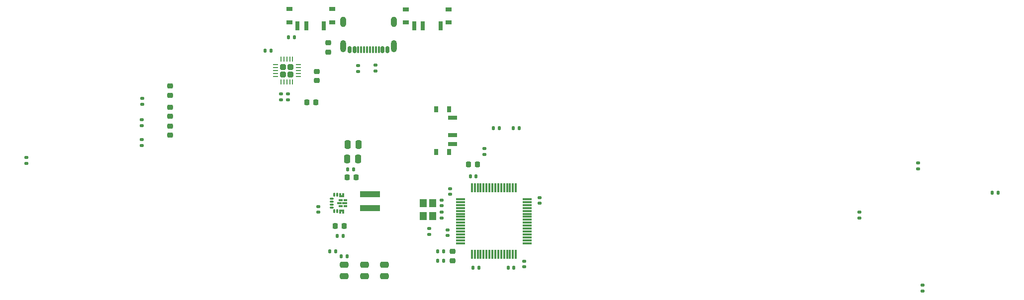
<source format=gbr>
%TF.GenerationSoftware,KiCad,Pcbnew,9.0.0*%
%TF.CreationDate,2025-08-15T01:25:27+03:00*%
%TF.ProjectId,Handheld,48616e64-6865-46c6-942e-6b696361645f,rev?*%
%TF.SameCoordinates,Original*%
%TF.FileFunction,Paste,Top*%
%TF.FilePolarity,Positive*%
%FSLAX46Y46*%
G04 Gerber Fmt 4.6, Leading zero omitted, Abs format (unit mm)*
G04 Created by KiCad (PCBNEW 9.0.0) date 2025-08-15 01:25:27*
%MOMM*%
%LPD*%
G01*
G04 APERTURE LIST*
G04 Aperture macros list*
%AMRoundRect*
0 Rectangle with rounded corners*
0 $1 Rounding radius*
0 $2 $3 $4 $5 $6 $7 $8 $9 X,Y pos of 4 corners*
0 Add a 4 corners polygon primitive as box body*
4,1,4,$2,$3,$4,$5,$6,$7,$8,$9,$2,$3,0*
0 Add four circle primitives for the rounded corners*
1,1,$1+$1,$2,$3*
1,1,$1+$1,$4,$5*
1,1,$1+$1,$6,$7*
1,1,$1+$1,$8,$9*
0 Add four rect primitives between the rounded corners*
20,1,$1+$1,$2,$3,$4,$5,0*
20,1,$1+$1,$4,$5,$6,$7,0*
20,1,$1+$1,$6,$7,$8,$9,0*
20,1,$1+$1,$8,$9,$2,$3,0*%
G04 Aperture macros list end*
%ADD10C,0.010000*%
%ADD11RoundRect,0.140000X-0.170000X0.140000X-0.170000X-0.140000X0.170000X-0.140000X0.170000X0.140000X0*%
%ADD12RoundRect,0.250000X-0.255000X0.255000X-0.255000X-0.255000X0.255000X-0.255000X0.255000X0.255000X0*%
%ADD13RoundRect,0.062500X-0.062500X0.350000X-0.062500X-0.350000X0.062500X-0.350000X0.062500X0.350000X0*%
%ADD14RoundRect,0.062500X-0.350000X0.062500X-0.350000X-0.062500X0.350000X-0.062500X0.350000X0.062500X0*%
%ADD15RoundRect,0.135000X-0.135000X-0.185000X0.135000X-0.185000X0.135000X0.185000X-0.135000X0.185000X0*%
%ADD16RoundRect,0.218750X-0.256250X0.218750X-0.256250X-0.218750X0.256250X-0.218750X0.256250X0.218750X0*%
%ADD17RoundRect,0.225000X-0.225000X-0.250000X0.225000X-0.250000X0.225000X0.250000X-0.225000X0.250000X0*%
%ADD18RoundRect,0.250000X-0.250000X-0.475000X0.250000X-0.475000X0.250000X0.475000X-0.250000X0.475000X0*%
%ADD19RoundRect,0.075000X-0.700000X-0.075000X0.700000X-0.075000X0.700000X0.075000X-0.700000X0.075000X0*%
%ADD20RoundRect,0.075000X-0.075000X-0.700000X0.075000X-0.700000X0.075000X0.700000X-0.075000X0.700000X0*%
%ADD21RoundRect,0.140000X0.170000X-0.140000X0.170000X0.140000X-0.170000X0.140000X-0.170000X-0.140000X0*%
%ADD22RoundRect,0.250000X-0.475000X0.250000X-0.475000X-0.250000X0.475000X-0.250000X0.475000X0.250000X0*%
%ADD23RoundRect,0.140000X-0.140000X-0.170000X0.140000X-0.170000X0.140000X0.170000X-0.140000X0.170000X0*%
%ADD24RoundRect,0.225000X0.225000X0.250000X-0.225000X0.250000X-0.225000X-0.250000X0.225000X-0.250000X0*%
%ADD25RoundRect,0.135000X0.185000X-0.135000X0.185000X0.135000X-0.185000X0.135000X-0.185000X-0.135000X0*%
%ADD26RoundRect,0.135000X0.135000X0.185000X-0.135000X0.185000X-0.135000X-0.185000X0.135000X-0.185000X0*%
%ADD27RoundRect,0.225000X-0.250000X0.225000X-0.250000X-0.225000X0.250000X-0.225000X0.250000X0.225000X0*%
%ADD28RoundRect,0.140000X0.140000X0.170000X-0.140000X0.170000X-0.140000X-0.170000X0.140000X-0.170000X0*%
%ADD29RoundRect,0.135000X-0.185000X0.135000X-0.185000X-0.135000X0.185000X-0.135000X0.185000X0.135000X0*%
%ADD30R,0.800000X1.000000*%
%ADD31R,1.500000X0.700000*%
%ADD32R,1.000000X0.800000*%
%ADD33R,0.700000X1.500000*%
%ADD34R,3.400000X0.980000*%
%ADD35RoundRect,0.150000X0.150000X0.425000X-0.150000X0.425000X-0.150000X-0.425000X0.150000X-0.425000X0*%
%ADD36RoundRect,0.075000X0.075000X0.500000X-0.075000X0.500000X-0.075000X-0.500000X0.075000X-0.500000X0*%
%ADD37O,1.000000X2.100000*%
%ADD38O,1.000000X1.800000*%
%ADD39RoundRect,0.006250X-0.293750X-0.118750X0.293750X-0.118750X0.293750X0.118750X-0.293750X0.118750X0*%
%ADD40RoundRect,0.006250X-0.118750X-0.293750X0.118750X-0.293750X0.118750X0.293750X-0.118750X0.293750X0*%
%ADD41R,1.150000X1.400000*%
G04 APERTURE END LIST*
D10*
%TO.C,U5*%
X103991196Y-93365358D02*
X103271196Y-93365358D01*
X103271196Y-93115358D01*
X103991196Y-93115358D01*
X103991196Y-93365358D01*
G36*
X103991196Y-93365358D02*
G01*
X103271196Y-93365358D01*
X103271196Y-93115358D01*
X103991196Y-93115358D01*
X103991196Y-93365358D01*
G37*
X104166696Y-92865358D02*
X103591696Y-92865358D01*
X103591696Y-92615358D01*
X104166696Y-92615358D01*
X104166696Y-92865358D01*
G36*
X104166696Y-92865358D02*
G01*
X103591696Y-92865358D01*
X103591696Y-92615358D01*
X104166696Y-92615358D01*
X104166696Y-92865358D01*
G37*
X104166696Y-93865358D02*
X103591696Y-93865358D01*
X103591696Y-93615358D01*
X104166696Y-93615358D01*
X104166696Y-93865358D01*
G36*
X104166696Y-93865358D02*
G01*
X103591696Y-93865358D01*
X103591696Y-93615358D01*
X104166696Y-93615358D01*
X104166696Y-93865358D01*
G37*
X104911196Y-93365358D02*
X104191196Y-93365358D01*
X104191196Y-93115358D01*
X104911196Y-93115358D01*
X104911196Y-93365358D01*
G36*
X104911196Y-93365358D02*
G01*
X104191196Y-93365358D01*
X104191196Y-93115358D01*
X104911196Y-93115358D01*
X104911196Y-93365358D01*
G37*
X104941696Y-92865358D02*
X104366696Y-92865358D01*
X104366696Y-92615358D01*
X104941696Y-92615358D01*
X104941696Y-92865358D01*
G36*
X104941696Y-92865358D02*
G01*
X104366696Y-92865358D01*
X104366696Y-92615358D01*
X104941696Y-92615358D01*
X104941696Y-92865358D01*
G37*
X104941696Y-93865358D02*
X104366696Y-93865358D01*
X104366696Y-93615358D01*
X104941696Y-93615358D01*
X104941696Y-93865358D01*
G36*
X104941696Y-93865358D02*
G01*
X104366696Y-93865358D01*
X104366696Y-93615358D01*
X104941696Y-93615358D01*
X104941696Y-93865358D01*
G37*
X104391196Y-94940358D02*
X104141196Y-94940358D01*
X104141196Y-94590358D01*
X103891196Y-94590358D01*
X103891196Y-94940358D01*
X103641196Y-94940358D01*
X103641196Y-94340358D01*
X104391196Y-94340358D01*
X104391196Y-94940358D01*
G36*
X104391196Y-94940358D02*
G01*
X104141196Y-94940358D01*
X104141196Y-94590358D01*
X103891196Y-94590358D01*
X103891196Y-94940358D01*
X103641196Y-94940358D01*
X103641196Y-94340358D01*
X104391196Y-94340358D01*
X104391196Y-94940358D01*
G37*
X103891196Y-91890358D02*
X104141196Y-91890358D01*
X104141196Y-91540358D01*
X104391196Y-91540358D01*
X104391196Y-92140358D01*
X103641196Y-92140358D01*
X103641196Y-91540358D01*
X103891196Y-91540358D01*
X103891196Y-91890358D01*
G36*
X103891196Y-91890358D02*
G01*
X104141196Y-91890358D01*
X104141196Y-91540358D01*
X104391196Y-91540358D01*
X104391196Y-92140358D01*
X103641196Y-92140358D01*
X103641196Y-91540358D01*
X103891196Y-91540358D01*
X103891196Y-91890358D01*
G37*
%TD*%
D11*
%TO.C,C3*%
X135100000Y-104110000D03*
X135100000Y-103150000D03*
%TD*%
D12*
%TO.C,U3*%
X95353696Y-70037858D03*
X94103696Y-70037858D03*
X95353696Y-71287858D03*
X94103696Y-71287858D03*
D13*
X95728696Y-68725358D03*
X95228696Y-68725358D03*
X94728696Y-68725358D03*
X94228696Y-68725358D03*
X93728696Y-68725358D03*
D14*
X92791196Y-69662858D03*
X92791196Y-70162858D03*
X92791196Y-70662858D03*
X92791196Y-71162858D03*
X92791196Y-71662858D03*
D13*
X93728696Y-72600358D03*
X94228696Y-72600358D03*
X94728696Y-72600358D03*
X95228696Y-72600358D03*
X95728696Y-72600358D03*
D14*
X96666196Y-71662858D03*
X96666196Y-71162858D03*
X96666196Y-70662858D03*
X96666196Y-70162858D03*
X96666196Y-69662858D03*
%TD*%
D15*
%TO.C,R20*%
X133308696Y-80475358D03*
X134328696Y-80475358D03*
%TD*%
D16*
%TO.C,D2*%
X74828696Y-80100358D03*
X74828696Y-81675358D03*
%TD*%
D17*
%TO.C,C16*%
X104978696Y-88875358D03*
X106528696Y-88875358D03*
%TD*%
D18*
%TO.C,C18*%
X105050000Y-83250000D03*
X106950000Y-83250000D03*
%TD*%
D15*
%TO.C,R17*%
X103308696Y-98875358D03*
X104328696Y-98875358D03*
%TD*%
D19*
%TO.C,U1*%
X124303696Y-92575358D03*
X124303696Y-93075358D03*
X124303696Y-93575358D03*
X124303696Y-94075358D03*
X124303696Y-94575358D03*
X124303696Y-95075358D03*
X124303696Y-95575358D03*
X124303696Y-96075358D03*
X124303696Y-96575358D03*
X124303696Y-97075358D03*
X124303696Y-97575358D03*
X124303696Y-98075358D03*
X124303696Y-98575358D03*
X124303696Y-99075358D03*
X124303696Y-99575358D03*
X124303696Y-100075358D03*
D20*
X126228696Y-102000358D03*
X126728696Y-102000358D03*
X127228696Y-102000358D03*
X127728696Y-102000358D03*
X128228696Y-102000358D03*
X128728696Y-102000358D03*
X129228696Y-102000358D03*
X129728696Y-102000358D03*
X130228696Y-102000358D03*
X130728696Y-102000358D03*
X131228696Y-102000358D03*
X131728696Y-102000358D03*
X132228696Y-102000358D03*
X132728696Y-102000358D03*
X133228696Y-102000358D03*
X133728696Y-102000358D03*
D19*
X135653696Y-100075358D03*
X135653696Y-99575358D03*
X135653696Y-99075358D03*
X135653696Y-98575358D03*
X135653696Y-98075358D03*
X135653696Y-97575358D03*
X135653696Y-97075358D03*
X135653696Y-96575358D03*
X135653696Y-96075358D03*
X135653696Y-95575358D03*
X135653696Y-95075358D03*
X135653696Y-94575358D03*
X135653696Y-94075358D03*
X135653696Y-93575358D03*
X135653696Y-93075358D03*
X135653696Y-92575358D03*
D20*
X133728696Y-90650358D03*
X133228696Y-90650358D03*
X132728696Y-90650358D03*
X132228696Y-90650358D03*
X131728696Y-90650358D03*
X131228696Y-90650358D03*
X130728696Y-90650358D03*
X130228696Y-90650358D03*
X129728696Y-90650358D03*
X129228696Y-90650358D03*
X128728696Y-90650358D03*
X128228696Y-90650358D03*
X127728696Y-90650358D03*
X127228696Y-90650358D03*
X126728696Y-90650358D03*
X126228696Y-90650358D03*
%TD*%
D21*
%TO.C,C12*%
X121128696Y-95755358D03*
X121128696Y-94795358D03*
%TD*%
D22*
%TO.C,C23*%
X111328696Y-103775358D03*
X111328696Y-105675358D03*
%TD*%
D23*
%TO.C,C24*%
X132420000Y-104250000D03*
X133380000Y-104250000D03*
%TD*%
D24*
%TO.C,C20*%
X104503696Y-97175358D03*
X102953696Y-97175358D03*
%TD*%
D25*
%TO.C,R4*%
X202928696Y-108275358D03*
X202928696Y-107255358D03*
%TD*%
%TO.C,R5*%
X192200000Y-95810000D03*
X192200000Y-94790000D03*
%TD*%
D26*
%TO.C,R19*%
X105038696Y-102275358D03*
X104018696Y-102275358D03*
%TD*%
D22*
%TO.C,C22*%
X107928696Y-103775358D03*
X107928696Y-105675358D03*
%TD*%
D26*
%TO.C,R16*%
X106128696Y-87475358D03*
X105108696Y-87475358D03*
%TD*%
D23*
%TO.C,C1*%
X125968696Y-88675358D03*
X126928696Y-88675358D03*
%TD*%
D26*
%TO.C,R12*%
X92010000Y-67250000D03*
X90990000Y-67250000D03*
%TD*%
D27*
%TO.C,C13*%
X101800000Y-65925000D03*
X101800000Y-67475000D03*
%TD*%
D11*
%TO.C,C19*%
X100128696Y-93815358D03*
X100128696Y-94775358D03*
%TD*%
D28*
%TO.C,C8*%
X121408696Y-101487858D03*
X120448696Y-101487858D03*
%TD*%
D29*
%TO.C,R7*%
X109850000Y-69730000D03*
X109850000Y-70750000D03*
%TD*%
%TO.C,R15*%
X70100000Y-75380000D03*
X70100000Y-76400000D03*
%TD*%
D30*
%TO.C,SW1*%
X122328696Y-77275358D03*
X120118696Y-77275358D03*
X122328696Y-84575358D03*
X120118696Y-84575358D03*
D31*
X122978696Y-78675358D03*
X122978696Y-81675358D03*
X122978696Y-83175358D03*
%TD*%
D29*
%TO.C,R13*%
X70050000Y-79030000D03*
X70050000Y-80050000D03*
%TD*%
%TO.C,R11*%
X93728696Y-74615358D03*
X93728696Y-75635358D03*
%TD*%
D26*
%TO.C,R3*%
X215838696Y-91475358D03*
X214818696Y-91475358D03*
%TD*%
D29*
%TO.C,R1*%
X128328696Y-83965358D03*
X128328696Y-84985358D03*
%TD*%
D18*
%TO.C,C17*%
X105000000Y-85700000D03*
X106900000Y-85700000D03*
%TD*%
D29*
%TO.C,R14*%
X70050000Y-82390000D03*
X70050000Y-83410000D03*
%TD*%
D21*
%TO.C,C7*%
X122128696Y-98755358D03*
X122128696Y-97795358D03*
%TD*%
D26*
%TO.C,R21*%
X130928696Y-80475358D03*
X129908696Y-80475358D03*
%TD*%
D22*
%TO.C,C21*%
X104528696Y-103775358D03*
X104528696Y-105675358D03*
%TD*%
D29*
%TO.C,R8*%
X106900000Y-69780000D03*
X106900000Y-70800000D03*
%TD*%
D26*
%TO.C,R9*%
X96050000Y-64950000D03*
X95030000Y-64950000D03*
%TD*%
D28*
%TO.C,C4*%
X127408696Y-104275358D03*
X126448696Y-104275358D03*
%TD*%
D11*
%TO.C,C2*%
X137728696Y-92315358D03*
X137728696Y-93275358D03*
%TD*%
D21*
%TO.C,C11*%
X121128696Y-93675358D03*
X121128696Y-92715358D03*
%TD*%
D29*
%TO.C,R2*%
X202168696Y-86415358D03*
X202168696Y-87435358D03*
%TD*%
D32*
%TO.C,SW4*%
X122300000Y-62410000D03*
X122300000Y-60200000D03*
X115000000Y-62410000D03*
X115000000Y-60200000D03*
D33*
X120900000Y-63060000D03*
X117900000Y-63060000D03*
X116400000Y-63060000D03*
%TD*%
D21*
%TO.C,C5*%
X122558696Y-91755358D03*
X122558696Y-90795358D03*
%TD*%
D11*
%TO.C,C10*%
X118928696Y-97595358D03*
X118928696Y-98555358D03*
%TD*%
D34*
%TO.C,L1*%
X108928696Y-94075358D03*
X108928696Y-91705358D03*
%TD*%
D28*
%TO.C,C9*%
X121408696Y-103075358D03*
X120448696Y-103075358D03*
%TD*%
D35*
%TO.C,J2*%
X111840000Y-67080000D03*
X111040000Y-67080000D03*
D36*
X109890000Y-67080000D03*
X108890000Y-67080000D03*
X108390000Y-67080000D03*
X107390000Y-67080000D03*
D35*
X106240000Y-67080000D03*
X105440000Y-67080000D03*
X105440000Y-67080000D03*
X106240000Y-67080000D03*
D36*
X106890000Y-67080000D03*
X107890000Y-67080000D03*
X109390000Y-67080000D03*
X110390000Y-67080000D03*
D35*
X111040000Y-67080000D03*
X111840000Y-67080000D03*
D37*
X112960000Y-66505000D03*
D38*
X112960000Y-62325000D03*
D37*
X104320000Y-66505000D03*
D38*
X104320000Y-62325000D03*
%TD*%
D16*
%TO.C,FB1*%
X122928696Y-101500358D03*
X122928696Y-103075358D03*
%TD*%
%TO.C,D3*%
X74828696Y-73300358D03*
X74828696Y-74875358D03*
%TD*%
D17*
%TO.C,C6*%
X125628696Y-86625358D03*
X127178696Y-86625358D03*
%TD*%
D26*
%TO.C,R18*%
X103038696Y-101475358D03*
X102018696Y-101475358D03*
%TD*%
D29*
%TO.C,R6*%
X50375196Y-85454358D03*
X50375196Y-86474358D03*
%TD*%
D32*
%TO.C,SW2*%
X102450000Y-62400000D03*
X102450000Y-60190000D03*
X95150000Y-62400000D03*
X95150000Y-60190000D03*
D33*
X101050000Y-63050000D03*
X98050000Y-63050000D03*
X96550000Y-63050000D03*
%TD*%
D29*
%TO.C,R10*%
X94928696Y-74615358D03*
X94928696Y-75635358D03*
%TD*%
D16*
%TO.C,D1*%
X74828696Y-76900358D03*
X74828696Y-78475358D03*
%TD*%
D27*
%TO.C,C15*%
X99800000Y-70825000D03*
X99800000Y-72375000D03*
%TD*%
D39*
%TO.C,U5*%
X102341196Y-92490358D03*
X102341196Y-92990358D03*
X102341196Y-93490358D03*
X102341196Y-93990358D03*
D40*
X102766196Y-94640358D03*
X103266196Y-94640358D03*
X103266196Y-91840358D03*
X102766196Y-91840358D03*
%TD*%
D41*
%TO.C,Y1*%
X117928696Y-93275358D03*
X117928696Y-95475358D03*
X119528696Y-95475358D03*
X119528696Y-93275358D03*
%TD*%
D24*
%TO.C,C14*%
X99678696Y-76037858D03*
X98128696Y-76037858D03*
%TD*%
M02*

</source>
